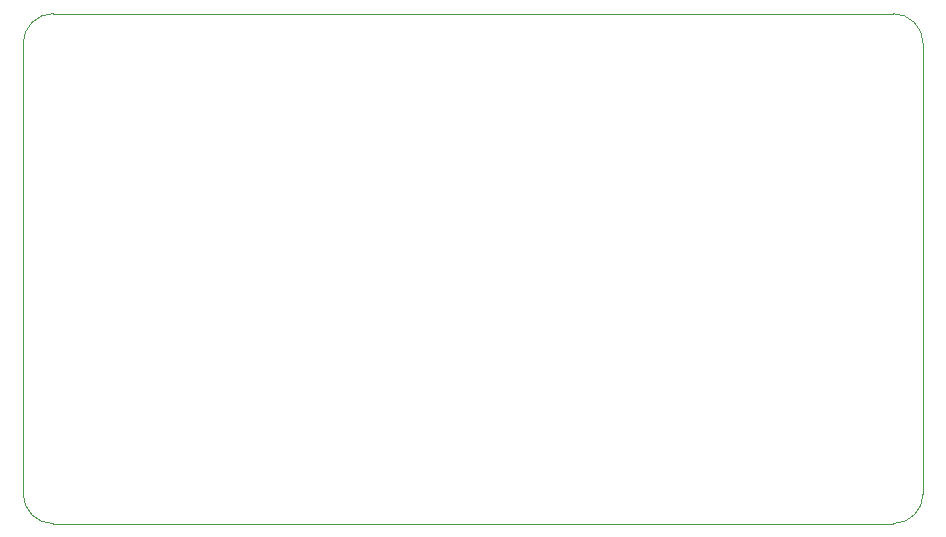
<source format=gbr>
%TF.GenerationSoftware,KiCad,Pcbnew,7.0.9-7.0.9~ubuntu22.04.1*%
%TF.CreationDate,2024-01-09T22:45:08-05:00*%
%TF.ProjectId,AoE_Too_Hot,416f455f-546f-46f5-9f48-6f742e6b6963,rev?*%
%TF.SameCoordinates,Original*%
%TF.FileFunction,Profile,NP*%
%FSLAX46Y46*%
G04 Gerber Fmt 4.6, Leading zero omitted, Abs format (unit mm)*
G04 Created by KiCad (PCBNEW 7.0.9-7.0.9~ubuntu22.04.1) date 2024-01-09 22:45:08*
%MOMM*%
%LPD*%
G01*
G04 APERTURE LIST*
%TA.AperFunction,Profile*%
%ADD10C,0.100000*%
%TD*%
G04 APERTURE END LIST*
D10*
X78740000Y-58420000D02*
G75*
G03*
X76200000Y-60960000I0J-2540000D01*
G01*
X76200000Y-99060000D02*
G75*
G03*
X78740000Y-101600000I2540000J0D01*
G01*
X149860000Y-101600000D02*
G75*
G03*
X152400000Y-99060000I0J2540000D01*
G01*
X152400000Y-60960000D02*
G75*
G03*
X149860000Y-58420000I-2540000J0D01*
G01*
X152400000Y-60960000D02*
X152400000Y-99060000D01*
X78740000Y-58420000D02*
X149860000Y-58420000D01*
X149860000Y-101600000D02*
X78740000Y-101600000D01*
X76200000Y-60960000D02*
X76200000Y-99060000D01*
M02*

</source>
